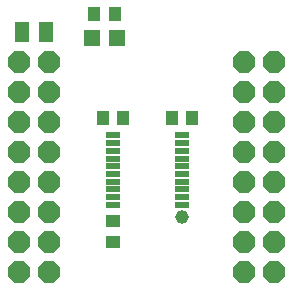
<source format=gts>
G75*
G70*
%OFA0B0*%
%FSLAX24Y24*%
%IPPOS*%
%LPD*%
%AMOC8*
5,1,8,0,0,1.08239X$1,22.5*
%
%ADD10OC8,0.0740*%
%ADD11R,0.0460X0.0680*%
%ADD12R,0.0552X0.0552*%
%ADD13R,0.0430X0.0500*%
%ADD14R,0.0470X0.0200*%
%ADD15R,0.0500X0.0430*%
%ADD16C,0.0456*%
D10*
X003293Y001050D03*
X003293Y002050D03*
X003293Y003050D03*
X003293Y004050D03*
X003293Y005050D03*
X003293Y006050D03*
X003293Y007050D03*
X003293Y008050D03*
X004293Y008050D03*
X004293Y007050D03*
X004293Y006050D03*
X004293Y005050D03*
X004293Y004050D03*
X004293Y003050D03*
X004293Y002050D03*
X004293Y001050D03*
X010793Y001050D03*
X010793Y002050D03*
X011793Y002050D03*
X011793Y001050D03*
X011793Y003050D03*
X010793Y003050D03*
X010793Y004050D03*
X011793Y004050D03*
X011793Y005050D03*
X010793Y005050D03*
X010793Y006050D03*
X011793Y006050D03*
X011793Y007050D03*
X010793Y007050D03*
X010793Y008050D03*
X011793Y008050D03*
D11*
X004203Y009050D03*
X003383Y009050D03*
D12*
X005730Y008850D03*
X006557Y008850D03*
D13*
X006483Y009650D03*
X005803Y009650D03*
X006078Y006200D03*
X006758Y006200D03*
X008378Y006200D03*
X009058Y006200D03*
D14*
X008717Y005602D03*
X008717Y005346D03*
X008717Y005090D03*
X008717Y004834D03*
X008717Y004578D03*
X008717Y004322D03*
X008717Y004066D03*
X008717Y003810D03*
X008717Y003554D03*
X008717Y003298D03*
X006420Y003298D03*
X006420Y003554D03*
X006420Y003810D03*
X006420Y004066D03*
X006420Y004322D03*
X006420Y004578D03*
X006420Y004834D03*
X006420Y005090D03*
X006420Y005346D03*
X006420Y005602D03*
D15*
X006418Y002740D03*
X006418Y002060D03*
D16*
X008718Y002900D03*
M02*

</source>
